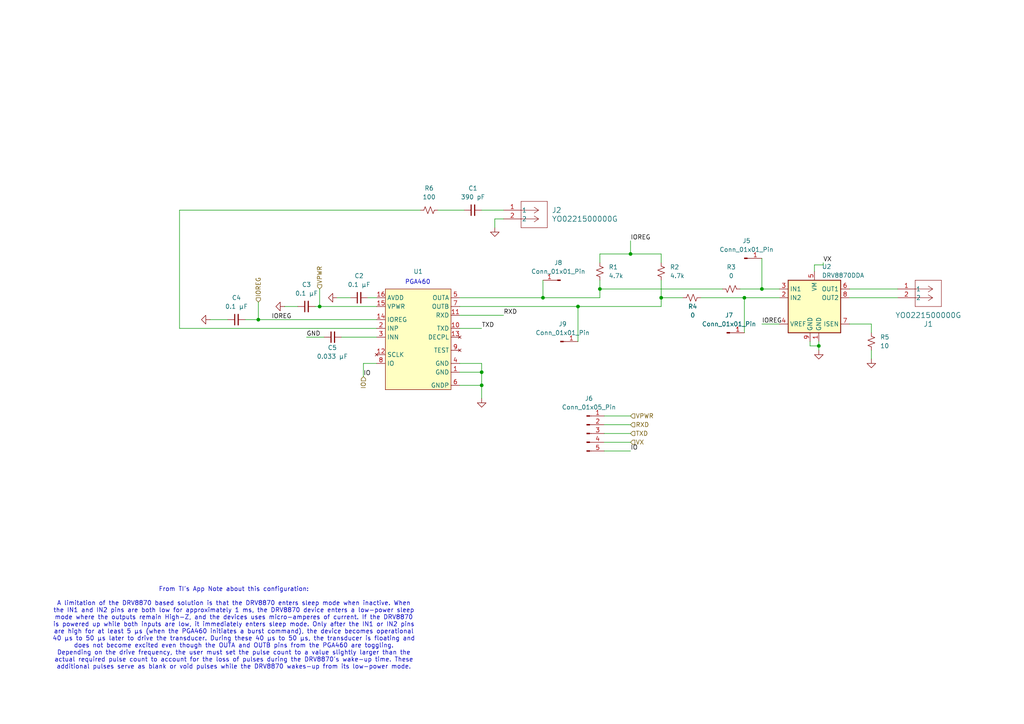
<source format=kicad_sch>
(kicad_sch (version 20250114) (generator "eeschema") (generator_version "9.0")
  (paper "A4")
  (lib_symbols
    (symbol "2026-01-23_14-54-26:YO0221500000G" (pin_names (offset 0.254))
      (property "Reference" "J" (at 8.89 6.35 0))
      (property "Value" "YO0221500000G" (at 0 0 0))
      (symbol "YO0221500000G_1_1"
        (polyline (pts (xy 5.08 2.54) (xy 5.08 -5.08)) (stroke (width 0.127)))
        (polyline (pts (xy 5.08 -5.08) (xy 12.7 -5.08)) (stroke (width 0.127)))
        (polyline (pts (xy 10.16 0) (xy 5.08 0)) (stroke (width 0.127)))
        (polyline (pts (xy 10.16 0) (xy 8.89 0.8467)) (stroke (width 0.127)))
        (polyline (pts (xy 10.16 0) (xy 8.89 -0.8467)) (stroke (width 0.127)))
        (polyline (pts (xy 10.16 -2.54) (xy 5.08 -2.54)) (stroke (width 0.127)))
        (polyline (pts (xy 10.16 -2.54) (xy 8.89 -1.6933)) (stroke (width 0.127)))
        (polyline (pts (xy 10.16 -2.54) (xy 8.89 -3.3867)) (stroke (width 0.127)))
        (polyline (pts (xy 12.7 2.54) (xy 5.08 2.54)) (stroke (width 0.127)))
        (polyline (pts (xy 12.7 -5.08) (xy 12.7 2.54)) (stroke (width 0.127)))
        (pin unspecified line (at 0 0 0) (length 5.08) (name "1") (number "1"))
        (pin unspecified line (at 0 -2.54 0) (length 5.08) (name "2") (number "2"))
      )
      (symbol "YO0221500000G_1_2"
        (polyline (pts (xy 5.08 2.54) (xy 5.08 -5.08)) (stroke (width 0.127)))
        (polyline (pts (xy 5.08 -5.08) (xy 12.7 -5.08)) (stroke (width 0.127)))
        (polyline (pts (xy 7.62 0) (xy 5.08 0)) (stroke (width 0.127)))
        (polyline (pts (xy 7.62 0) (xy 8.89 0.8467)) (stroke (width 0.127)))
        (polyline (pts (xy 7.62 0) (xy 8.89 -0.8467)) (stroke (width 0.127)))
        (polyline (pts (xy 7.62 -2.54) (xy 5.08 -2.54)) (stroke (width 0.127)))
        (polyline (pts (xy 7.62 -2.54) (xy 8.89 -1.6933)) (stroke (width 0.127)))
        (polyline (pts (xy 7.62 -2.54) (xy 8.89 -3.3867)) (stroke (width 0.127)))
        (polyline (pts (xy 12.7 2.54) (xy 5.08 2.54)) (stroke (width 0.127)))
        (polyline (pts (xy 12.7 -5.08) (xy 12.7 2.54)) (stroke (width 0.127)))
        (pin unspecified line (at 0 0 0) (length 5.08) (name "1") (number "1"))
        (pin unspecified line (at 0 -2.54 0) (length 5.08) (name "2") (number "2"))
      )
    )
    (symbol "Analog:PGA460"
      (property "Reference" "U1" (at -0.635 15.24 0))
      (symbol "PGA460_1_1"
        (rectangle (start -10.16 10.16) (end 8.89 -19.05) (fill (type color) (color 255 255 194 1)))
        (pin power_in line (at -12.7 7.62 0) (length 2.54) (name "AVDD") (number "16"))
        (pin power_in line (at -12.7 5.08 0) (length 2.54) (name "VPWR") (number "15"))
        (pin power_out line (at -12.7 1.27 0) (length 2.54) (name "IOREG") (number "14"))
        (pin input line (at -12.7 -1.27 0) (length 2.54) (name "INP") (number "2"))
        (pin input line (at -12.7 -3.81 0) (length 2.54) (name "INN") (number "3"))
        (pin no_connect line (at -12.7 -8.89 0) (length 2.54) (name "SCLK") (number "12"))
        (pin bidirectional line (at -12.7 -11.43 0) (length 2.54) (name "IO") (number "8"))
        (pin output line (at 11.43 7.62 180) (length 2.54) (name "OUTA") (number "5"))
        (pin output line (at 11.43 5.08 180) (length 2.54) (name "OUTB") (number "7"))
        (pin output line (at 11.43 2.54 180) (length 2.54) (name "RXD") (number "11"))
        (pin output line (at 11.43 -1.27 180) (length 2.54) (name "TXD") (number "10"))
        (pin no_connect line (at 11.43 -3.81 180) (length 2.54) (name "DECPL") (number "13"))
        (pin no_connect line (at 11.43 -7.62 180) (length 2.54) (name "TEST") (number "9"))
        (pin power_in line (at 11.43 -11.43 180) (length 2.54) (name "GND") (number "4"))
        (pin power_in line (at 11.43 -13.97 180) (length 2.54) (name "GND") (number "1"))
        (pin power_in line (at 11.43 -17.78 180) (length 2.54) (name "GNDP") (number "6"))
      )
    )
    (symbol "Connector:Conn_01x01_Pin" (pin_names (offset 1.016) (hide yes))
      (property "Reference" "J" (at 0 2.54 0))
      (property "Value" "Conn_01x01_Pin" (at 0 -2.54 0))
      (symbol "Conn_01x01_Pin_1_1"
        (rectangle (start 0.8636 0.127) (end 0 -0.127) (stroke (width 0.1524)) (fill (type outline)))
        (polyline (pts (xy 1.27 0) (xy 0.8636 0)) (stroke (width 0.1524)))
        (pin passive line (at 5.08 0 180) (length 3.81) (name "Pin_1") (number "1"))
      )
    )
    (symbol "Connector:Conn_01x05_Pin" (pin_names (offset 1.016) (hide yes))
      (property "Reference" "J" (at 0 7.62 0))
      (property "Value" "Conn_01x05_Pin" (at 0 -7.62 0))
      (symbol "Conn_01x05_Pin_1_1"
        (rectangle (start 0.8636 5.207) (end 0 4.953) (stroke (width 0.1524)) (fill (type outline)))
        (rectangle (start 0.8636 2.667) (end 0 2.413) (stroke (width 0.1524)) (fill (type outline)))
        (rectangle (start 0.8636 0.127) (end 0 -0.127) (stroke (width 0.1524)) (fill (type outline)))
        (rectangle (start 0.8636 -2.413) (end 0 -2.667) (stroke (width 0.1524)) (fill (type outline)))
        (rectangle (start 0.8636 -4.953) (end 0 -5.207) (stroke (width 0.1524)) (fill (type outline)))
        (polyline (pts (xy 1.27 5.08) (xy 0.8636 5.08)) (stroke (width 0.1524)))
        (polyline (pts (xy 1.27 2.54) (xy 0.8636 2.54)) (stroke (width 0.1524)))
        (polyline (pts (xy 1.27 0) (xy 0.8636 0)) (stroke (width 0.1524)))
        (polyline (pts (xy 1.27 -2.54) (xy 0.8636 -2.54)) (stroke (width 0.1524)))
        (polyline (pts (xy 1.27 -5.08) (xy 0.8636 -5.08)) (stroke (width 0.1524)))
        (pin passive line (at 5.08 5.08 180) (length 3.81) (name "Pin_1") (number "1"))
        (pin passive line (at 5.08 2.54 180) (length 3.81) (name "Pin_2") (number "2"))
        (pin passive line (at 5.08 0 180) (length 3.81) (name "Pin_3") (number "3"))
        (pin passive line (at 5.08 -2.54 180) (length 3.81) (name "Pin_4") (number "4"))
        (pin passive line (at 5.08 -5.08 180) (length 3.81) (name "Pin_5") (number "5"))
      )
    )
    (symbol "Device:C_Small" (pin_numbers (hide yes)) (pin_names (offset 0.254) (hide yes))
      (property "Reference" "C" (at 0.254 1.778 0))
      (property "Value" "C_Small" (at 0.254 -2.032 0))
      (symbol "C_Small_0_1"
        (polyline (pts (xy -1.524 0.508) (xy 1.524 0.508)) (stroke (width 0.3048)))
        (polyline (pts (xy -1.524 -0.508) (xy 1.524 -0.508)) (stroke (width 0.3302)))
      )
      (symbol "C_Small_1_1"
        (pin passive line (at 0 2.54 270) (length 2.032) (name "~") (number "1"))
        (pin passive line (at 0 -2.54 90) (length 2.032) (name "~") (number "2"))
      )
    )
    (symbol "Device:R_Small_US" (pin_numbers (hide yes)) (pin_names (offset 0.254) (hide yes))
      (property "Reference" "R" (at 0.762 0.508 0))
      (property "Value" "R_Small_US" (at 0.762 -1.016 0))
      (symbol "R_Small_US_1_1"
        (polyline (pts (xy 0 1.524) (xy 1.016 1.143) (xy 0 0.762) (xy -1.016 0.381) (xy 0 0)))
        (polyline (pts (xy 0 0) (xy 1.016 -0.381) (xy 0 -0.762) (xy -1.016 -1.143) (xy 0 -1.524)))
        (pin passive line (at 0 2.54 270) (length 1.016) (name "~") (number "1"))
        (pin passive line (at 0 -2.54 90) (length 1.016) (name "~") (number "2"))
      )
    )
    (symbol "Driver_Motor:DRV8870DDA"
      (property "Reference" "U2" (at 2.1433 12.7 0))
      (property "Value" "DRV8870DDA" (at 2.1433 10.16 0))
      (symbol "DRV8870DDA_0_1"
        (rectangle (start -7.62 7.62) (end 7.62 -7.62) (stroke (width 0.254)) (fill (type background)))
      )
      (symbol "DRV8870DDA_1_1"
        (pin input line (at -10.16 5.08 0) (length 2.54) (name "IN1") (number "3"))
        (pin input line (at -10.16 2.54 0) (length 2.54) (name "IN2") (number "2"))
        (pin input line (at -10.16 -5.08 0) (length 2.54) (name "VREF") (number "4"))
        (pin power_in line (at -1.27 -10.16 90) (length 2.54) (name "GND") (number "9"))
        (pin power_in line (at 0 10.16 270) (length 2.54) (name "VM") (number "5"))
        (pin power_in line (at 1.27 -10.16 90) (length 2.54) (name "GND") (number "1"))
        (pin output line (at 10.16 5.08 180) (length 2.54) (name "OUT1") (number "6"))
        (pin output line (at 10.16 2.54 180) (length 2.54) (name "OUT2") (number "8"))
        (pin passive line (at 10.16 -5.08 180) (length 2.54) (name "ISEN") (number "7"))
      )
    )
    (symbol "power:GND" (power) (pin_numbers (hide yes)) (pin_names (offset 0) (hide yes))
      (property "Value" "GND" (at 0 -3.81 0))
      (symbol "GND_0_1"
        (polyline (pts (xy 0 0) (xy 0 -1.27) (xy 1.27 -1.27) (xy 0 -2.54) (xy -1.27 -1.27) (xy 0 -1.27)))
      )
      (symbol "GND_1_1"
        (pin power_in line (at 0 0 270) (length 0) (name "~") (number "1"))
      )
    )
  )
  (text "From TI's App Note about this configuration:\n\nA limitation of the DRV8870 based solution is that the DRV8870 enters sleep mode when inactive. When\nthe IN1 and IN2 pins are both low for approximately 1 ms, the DRV8870 device enters a low-power sleep\nmode where the outputs remain High-Z, and the devices uses micro-amperes of current. If the DRV8870\nis powered up while both inputs are low, it immediately enters sleep mode. Only after the IN1 or IN2 pins\nare high for at least 5 µs (when the PGA460 initiates a burst command), the device becomes operational\n40 µs to 50 µs later to drive the transducer. During these 40 µs to 50 µs, the transducer is floating and\ndoes not become excited even though the OUTA and OUTB pins from the PGA460 are toggling.\nDepending on the drive frequency, the user must set the pulse count to a value slightly larger than the\nactual required pulse count to account for the loss of pulses during the DRV8870's wake-up time. These\nadditional pulses serve as blank or void pulses while the DRV8870 wakes-up from its low-power mode." (at 67.818 182.245 0) (effects (font (size 1.27 1.27))))
  (text "PGA460" (at 121.158 81.915 0) (effects (font (size 1.27 1.27))))
  (junction (at 220.98 83.82))
  (junction (at 215.9 86.36))
  (junction (at 173.99 83.82))
  (junction (at 139.7 111.76))
  (junction (at 237.49 100.33))
  (junction (at 74.93 92.71))
  (junction (at 182.88 73.66))
  (junction (at 191.77 86.36))
  (junction (at 92.71 88.9))
  (junction (at 167.64 88.9))
  (junction (at 139.7 107.95))
  (junction (at 157.48 86.36))
  (wire (pts (xy 106.68 86.36) (xy 109.22 86.36)))
  (wire (pts (xy 173.99 76.2) (xy 173.99 73.66)))
  (wire (pts (xy 99.06 97.79) (xy 109.22 97.79)))
  (wire (pts (xy 127 60.96) (xy 134.62 60.96)))
  (wire (pts (xy 175.26 123.19) (xy 182.88 123.19)))
  (wire (pts (xy 74.93 87.63) (xy 74.93 92.71)))
  (wire (pts (xy 133.35 95.25) (xy 139.7 95.25)))
  (wire (pts (xy 71.12 92.71) (xy 74.93 92.71)))
  (wire (pts (xy 105.41 105.41) (xy 105.41 109.22)))
  (wire (pts (xy 191.77 86.36) (xy 198.12 86.36)))
  (wire (pts (xy 167.64 88.9) (xy 191.77 88.9)))
  (wire (pts (xy 133.35 107.95) (xy 139.7 107.95)))
  (wire (pts (xy 133.35 111.76) (xy 139.7 111.76)))
  (wire (pts (xy 215.9 86.36) (xy 226.06 86.36)))
  (wire (pts (xy 139.7 105.41) (xy 139.7 107.95)))
  (wire (pts (xy 246.38 93.98) (xy 252.73 93.98)))
  (wire (pts (xy 173.99 83.82) (xy 209.55 83.82)))
  (wire (pts (xy 182.88 69.85) (xy 182.88 73.66)))
  (wire (pts (xy 52.07 95.25) (xy 52.07 60.96)))
  (wire (pts (xy 236.22 76.835) (xy 238.76 76.835)))
  (wire (pts (xy 133.35 88.9) (xy 167.64 88.9)))
  (wire (pts (xy 175.26 120.65) (xy 182.88 120.65)))
  (wire (pts (xy 246.38 86.36) (xy 260.35 86.36)))
  (wire (pts (xy 88.9 97.79) (xy 93.98 97.79)))
  (wire (pts (xy 139.7 111.76) (xy 139.7 115.57)))
  (wire (pts (xy 91.44 88.9) (xy 92.71 88.9)))
  (wire (pts (xy 220.98 83.82) (xy 226.06 83.82)))
  (wire (pts (xy 238.76 76.835) (xy 238.76 76.2)))
  (wire (pts (xy 220.98 93.98) (xy 226.06 93.98)))
  (wire (pts (xy 52.07 60.96) (xy 121.92 60.96)))
  (wire (pts (xy 157.48 86.36) (xy 173.99 86.36)))
  (wire (pts (xy 182.88 73.66) (xy 191.77 73.66)))
  (wire (pts (xy 92.71 88.9) (xy 109.22 88.9)))
  (wire (pts (xy 133.35 105.41) (xy 139.7 105.41)))
  (wire (pts (xy 252.73 101.6) (xy 252.73 104.14)))
  (wire (pts (xy 105.41 105.41) (xy 109.22 105.41)))
  (wire (pts (xy 167.64 88.9) (xy 167.64 99.06)))
  (wire (pts (xy 173.99 73.66) (xy 182.88 73.66)))
  (wire (pts (xy 82.55 88.9) (xy 86.36 88.9)))
  (wire (pts (xy 175.26 125.73) (xy 182.88 125.73)))
  (wire (pts (xy 139.7 60.96) (xy 146.05 60.96)))
  (wire (pts (xy 220.98 74.93) (xy 220.98 83.82)))
  (wire (pts (xy 173.99 83.82) (xy 173.99 86.36)))
  (wire (pts (xy 237.49 100.33) (xy 237.49 101.6)))
  (wire (pts (xy 143.51 63.5) (xy 143.51 66.04)))
  (wire (pts (xy 246.38 83.82) (xy 260.35 83.82)))
  (wire (pts (xy 215.9 86.36) (xy 215.9 96.52)))
  (wire (pts (xy 139.7 107.95) (xy 139.7 111.76)))
  (wire (pts (xy 92.71 83.82) (xy 92.71 88.9)))
  (wire (pts (xy 109.22 95.25) (xy 52.07 95.25)))
  (wire (pts (xy 191.77 81.28) (xy 191.77 86.36)))
  (wire (pts (xy 236.22 76.835) (xy 236.22 78.74)))
  (wire (pts (xy 74.93 92.71) (xy 109.22 92.71)))
  (wire (pts (xy 133.35 86.36) (xy 157.48 86.36)))
  (wire (pts (xy 133.35 91.44) (xy 146.05 91.44)))
  (wire (pts (xy 146.05 63.5) (xy 143.51 63.5)))
  (wire (pts (xy 252.73 93.98) (xy 252.73 96.52)))
  (wire (pts (xy 203.2 86.36) (xy 215.9 86.36)))
  (wire (pts (xy 234.95 100.33) (xy 237.49 100.33)))
  (wire (pts (xy 173.99 81.28) (xy 173.99 83.82)))
  (wire (pts (xy 97.79 86.36) (xy 101.6 86.36)))
  (wire (pts (xy 175.26 130.81) (xy 182.88 130.81)))
  (wire (pts (xy 191.77 86.36) (xy 191.77 88.9)))
  (wire (pts (xy 234.95 99.06) (xy 234.95 100.33)))
  (wire (pts (xy 60.96 92.71) (xy 66.04 92.71)))
  (wire (pts (xy 191.77 73.66) (xy 191.77 76.2)))
  (wire (pts (xy 220.98 83.82) (xy 214.63 83.82)))
  (wire (pts (xy 157.48 81.28) (xy 157.48 86.36)))
  (wire (pts (xy 175.26 128.27) (xy 182.88 128.27)))
  (wire (pts (xy 237.49 99.06) (xy 237.49 100.33)))
  (label "IOREG" (at 78.74 92.71 0))
  (label "GND" (at 88.9 97.79 0))
  (label "VX" (at 238.76 76.2 0))
  (label "RXD" (at 146.05 91.44 0))
  (label "IOREG" (at 220.98 93.98 0))
  (label "IOREG" (at 182.88 69.85 0))
  (label "TXD" (at 139.7 95.25 0))
  (label "IO" (at 105.41 109.22 0))
  (label "IO" (at 182.88 130.81 0))
  (hierarchical_label "VX" (shape input) (at 182.88 128.27 0))
  (hierarchical_label "TXD" (shape input) (at 182.88 125.73 0))
  (hierarchical_label "VPWR" (shape input) (at 182.88 120.65 0))
  (hierarchical_label "VPWR" (shape input) (at 92.71 83.82 90))
  (hierarchical_label "RXD" (shape input) (at 182.88 123.19 0))
  (hierarchical_label "IO" (shape input) (at 105.41 109.22 270))
  (hierarchical_label "IOREG" (shape input) (at 74.93 87.63 90))
  (symbol (lib_id "Device:R_Small_US") (at 200.66 86.36 90) (unit 1)
    (property "Reference" "R4" (at 200.914 88.9 90))
    (property "Value" "0" (at 200.914 91.44 90))
    (property "Footprint" "Resistor_SMD:R_0805_2012Metric" (effects (hide yes)))
    (property "Description" "Resistor, small US symbol" (effects (hide yes)))
  )
  (symbol (lib_id "power:GND") (at 60.96 92.71 270) (unit 1)
    (property "Reference" "#PWR01" (effects (hide yes)))
    (property "Value" "GND" (effects (hide yes)))
    (property "Description" "Power symbol creates a global label with name \"GND\" , ground" (effects (hide yes)))
  )
  (symbol (lib_id "Device:R_Small_US") (at 191.77 78.74 0) (unit 1)
    (property "Reference" "R2" (at 194.31 77.4699 0) (effects (justify left)))
    (property "Value" "4.7k" (at 194.31 80.0099 0) (effects (justify left)))
    (property "Footprint" "Resistor_SMD:R_0805_2012Metric" (effects (hide yes)))
    (property "Description" "Resistor, small US symbol" (effects (hide yes)))
  )
  (symbol (lib_id "Device:R_Small_US") (at 173.99 78.74 0) (unit 1)
    (property "Reference" "R1" (at 176.53 77.4699 0) (effects (justify left)))
    (property "Value" "4.7k" (at 176.53 80.0099 0) (effects (justify left)))
    (property "Footprint" "Resistor_SMD:R_0805_2012Metric" (effects (hide yes)))
    (property "Description" "Resistor, small US symbol" (effects (hide yes)))
  )
  (symbol (lib_id "Connector:Conn_01x01_Pin") (at 162.56 81.28 180) (unit 1)
    (property "Reference" "J8" (at 161.925 76.2 0))
    (property "Value" "Conn_01x01_Pin" (at 161.925 78.74 0))
    (property "Footprint" "Connector_PinHeader_2.54mm:PinHeader_1x01_P2.54mm_Vertical" (effects (hide yes)))
    (property "Description" "Generic connector, single row, 01x01, script generated" (effects (hide yes)))
  )
  (symbol (lib_id "power:GND") (at 252.73 104.14 0) (unit 1)
    (property "Reference" "#PWR06" (effects (hide yes)))
    (property "Value" "GND" (effects (hide yes)))
    (property "Description" "Power symbol creates a global label with name \"GND\" , ground" (effects (hide yes)))
  )
  (symbol (lib_id "Device:R_Small_US") (at 252.73 99.06 0) (unit 1)
    (property "Reference" "R5" (at 255.27 97.7899 0) (effects (justify left)))
    (property "Value" "10" (at 255.27 100.3299 0) (effects (justify left)))
    (property "Footprint" "Resistor_SMD:R_0805_2012Metric" (effects (hide yes)))
    (property "Description" "Resistor, small US symbol" (effects (hide yes)))
  )
  (symbol (lib_id "Device:C_Small") (at 104.14 86.36 90) (unit 1)
    (property "Reference" "C2" (at 104.1463 80.01 90))
    (property "Value" "0.1 µF" (at 104.1463 82.55 90))
    (property "Footprint" "Capacitor_SMD:C_0805_2012Metric" (effects (hide yes)))
    (property "Description" "Unpolarized capacitor, small symbol" (effects (hide yes)))
  )
  (symbol (lib_id "power:GND") (at 97.79 86.36 270) (unit 1)
    (property "Reference" "#PWR011" (effects (hide yes)))
    (property "Value" "GND" (effects (hide yes)))
    (property "Description" "Power symbol creates a global label with name \"GND\" , ground" (effects (hide yes)))
  )
  (symbol (lib_id "2026-01-23_14-54-26:YO0221500000G") (at 146.05 60.96 0) (unit 1)
    (property "Reference" "J2" (at 160.02 60.9599 0) (effects (font (size 1.524 1.524)) (justify left)))
    (property "Value" "YO0221500000G" (at 160.02 63.4999 0) (effects (font (size 1.524 1.524)) (justify left)))
    (property "Footprint" "YO0221500000G:CONN_YO0221500000G_AMP" (effects (hide yes)))
    (property "Datasheet" "YO0221500000G" (effects (hide yes)))
  )
  (symbol (lib_id "Analog:PGA460") (at 121.92 93.98 0) (unit 1)
    (property "Reference" "U1" (at 121.285 78.74 0))
    (property "Footprint" "PGA460:PW16_TEX" (effects (hide yes)))
  )
  (symbol (lib_id "Device:C_Small") (at 88.9 88.9 90) (unit 1)
    (property "Reference" "C3" (at 88.9063 82.55 90))
    (property "Value" "0.1 µF" (at 88.9063 85.09 90))
    (property "Footprint" "Capacitor_SMD:C_0805_2012Metric" (effects (hide yes)))
    (property "Description" "Unpolarized capacitor, small symbol" (effects (hide yes)))
  )
  (symbol (lib_id "Connector:Conn_01x05_Pin") (at 170.18 125.73 0) (unit 1)
    (property "Reference" "J6" (at 170.815 115.57 0))
    (property "Value" "Conn_01x05_Pin" (at 170.815 118.11 0))
    (property "Footprint" "Connector_PinHeader_2.54mm:PinHeader_1x05_P2.54mm_Vertical" (effects (hide yes)))
    (property "Description" "Generic connector, single row, 01x05, script generated" (effects (hide yes)))
  )
  (symbol (lib_id "Device:C_Small") (at 96.52 97.79 90) (unit 1)
    (property "Reference" "C5" (at 96.393 100.838 90))
    (property "Value" "0.033 µF" (at 96.393 103.378 90))
    (property "Footprint" "Capacitor_SMD:C_0805_2012Metric" (effects (hide yes)))
    (property "Description" "Unpolarized capacitor, small symbol" (effects (hide yes)))
  )
  (symbol (lib_id "power:GND") (at 143.51 66.04 0) (unit 1)
    (property "Reference" "#PWR07" (effects (hide yes)))
    (property "Value" "GND" (effects (hide yes)))
    (property "Description" "Power symbol creates a global label with name \"GND\" , ground" (effects (hide yes)))
  )
  (symbol (lib_id "Device:C_Small") (at 68.58 92.71 90) (unit 1)
    (property "Reference" "C4" (at 68.5863 86.36 90))
    (property "Value" "0.1 µF" (at 68.5863 88.9 90))
    (property "Footprint" "Capacitor_SMD:C_0805_2012Metric" (effects (hide yes)))
    (property "Description" "Unpolarized capacitor, small symbol" (effects (hide yes)))
  )
  (symbol (lib_id "power:GND") (at 237.49 101.6 0) (unit 1)
    (property "Reference" "#PWR05" (effects (hide yes)))
    (property "Value" "GND" (effects (hide yes)))
    (property "Description" "Power symbol creates a global label with name \"GND\" , ground" (effects (hide yes)))
  )
  (symbol (lib_id "2026-01-23_14-54-26:YO0221500000G") (at 260.35 83.82 0) (unit 1)
    (property "Reference" "J1" (at 269.24 93.98 0) (effects (font (size 1.524 1.524))))
    (property "Value" "YO0221500000G" (at 269.24 91.44 0) (effects (font (size 1.524 1.524))))
    (property "Footprint" "YO0221500000G:CONN_YO0221500000G_AMP" (effects (hide yes)))
    (property "Datasheet" "YO0221500000G" (effects (hide yes)))
  )
  (symbol (lib_id "Connector:Conn_01x01_Pin") (at 210.82 96.52 0) (unit 1)
    (property "Reference" "J7" (at 211.455 91.44 0))
    (property "Value" "Conn_01x01_Pin" (at 211.455 93.98 0))
    (property "Footprint" "Connector_PinHeader_2.54mm:PinHeader_1x01_P2.54mm_Vertical" (effects (hide yes)))
    (property "Description" "Generic connector, single row, 01x01, script generated" (effects (hide yes)))
  )
  (symbol (lib_id "Connector:Conn_01x01_Pin") (at 162.56 99.06 0) (unit 1)
    (property "Reference" "J9" (at 163.195 93.98 0))
    (property "Value" "Conn_01x01_Pin" (at 163.195 96.52 0))
    (property "Footprint" "Connector_PinHeader_2.54mm:PinHeader_1x01_P2.54mm_Vertical" (effects (hide yes)))
    (property "Description" "Generic connector, single row, 01x01, script generated" (effects (hide yes)))
  )
  (symbol (lib_id "Driver_Motor:DRV8870DDA") (at 236.22 88.9 0) (unit 1)
    (property "Reference" "U2" (at 238.379 77.343 0) (effects (justify left)))
    (property "Value" "DRV8870DDA" (at 238.379 79.883 0) (effects (justify left)))
    (property "Footprint" "Package_SO:Texas_HTSOP-8-1EP_3.9x4.9mm_P1.27mm_EP2.95x4.9mm_Mask2.4x3.1mm_ThermalVias" (effects (hide yes)))
    (property "Datasheet" "http://www.ti.com/lit/ds/symlink/drv8870.pdf" (effects (hide yes)))
    (property "Description" "Brushed DC Motor Driver, PWM Control, 45V, 3.6A, Dynamic current limiting, HTSOP-8" (effects (hide yes)))
  )
  (symbol (lib_id "power:GND") (at 139.7 115.57 0) (unit 1)
    (property "Reference" "#PWR03" (effects (hide yes)))
    (property "Value" "GND" (effects (hide yes)))
    (property "Description" "Power symbol creates a global label with name \"GND\" , ground" (effects (hide yes)))
  )
  (symbol (lib_id "Device:C_Small") (at 137.16 60.96 90) (unit 1)
    (property "Reference" "C1" (at 137.1663 54.61 90))
    (property "Value" "390 pF" (at 137.1663 57.15 90))
    (property "Footprint" "Capacitor_SMD:C_0805_2012Metric" (effects (hide yes)))
    (property "Description" "Unpolarized capacitor, small symbol" (effects (hide yes)))
  )
  (symbol (lib_id "Device:R_Small_US") (at 212.09 83.82 270) (mirror x) (unit 1)
    (property "Reference" "R3" (at 212.09 77.47 90))
    (property "Value" "0" (at 212.09 80.01 90))
    (property "Footprint" "Resistor_SMD:R_0805_2012Metric" (effects (hide yes)))
    (property "Description" "Resistor, small US symbol" (effects (hide yes)))
  )
  (symbol (lib_id "Device:R_Small_US") (at 124.46 60.96 90) (unit 1)
    (property "Reference" "R6" (at 124.46 54.61 90))
    (property "Value" "100" (at 124.46 57.15 90))
    (property "Footprint" "Resistor_SMD:R_0805_2012Metric" (effects (hide yes)))
    (property "Description" "Resistor, small US symbol" (effects (hide yes)))
  )
  (symbol (lib_id "Connector:Conn_01x01_Pin") (at 215.9 74.93 0) (unit 1)
    (property "Reference" "J5" (at 216.535 69.85 0))
    (property "Value" "Conn_01x01_Pin" (at 216.535 72.39 0))
    (property "Footprint" "Connector_PinHeader_2.54mm:PinHeader_1x01_P2.54mm_Vertical" (effects (hide yes)))
    (property "Description" "Generic connector, single row, 01x01, script generated" (effects (hide yes)))
  )
  (symbol (lib_id "power:GND") (at 82.55 88.9 270) (unit 1)
    (property "Reference" "#PWR02" (effects (hide yes)))
    (property "Value" "GND" (effects (hide yes)))
    (property "Description" "Power symbol creates a global label with name \"GND\" , ground" (effects (hide yes)))
  )
)
</source>
